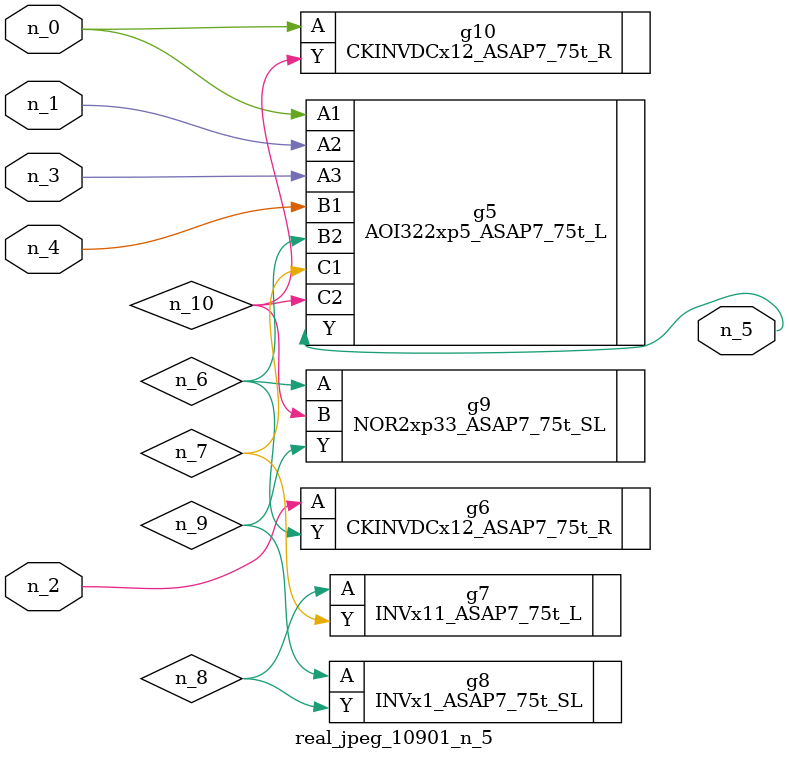
<source format=v>
module real_jpeg_10901_n_5 (n_4, n_0, n_1, n_2, n_3, n_5);

input n_4;
input n_0;
input n_1;
input n_2;
input n_3;

output n_5;

wire n_8;
wire n_6;
wire n_7;
wire n_10;
wire n_9;

AOI322xp5_ASAP7_75t_L g5 ( 
.A1(n_0),
.A2(n_1),
.A3(n_3),
.B1(n_4),
.B2(n_6),
.C1(n_7),
.C2(n_10),
.Y(n_5)
);

CKINVDCx12_ASAP7_75t_R g10 ( 
.A(n_0),
.Y(n_10)
);

CKINVDCx12_ASAP7_75t_R g6 ( 
.A(n_2),
.Y(n_6)
);

NOR2xp33_ASAP7_75t_SL g9 ( 
.A(n_6),
.B(n_10),
.Y(n_9)
);

INVx11_ASAP7_75t_L g7 ( 
.A(n_8),
.Y(n_7)
);

INVx1_ASAP7_75t_SL g8 ( 
.A(n_9),
.Y(n_8)
);


endmodule
</source>
